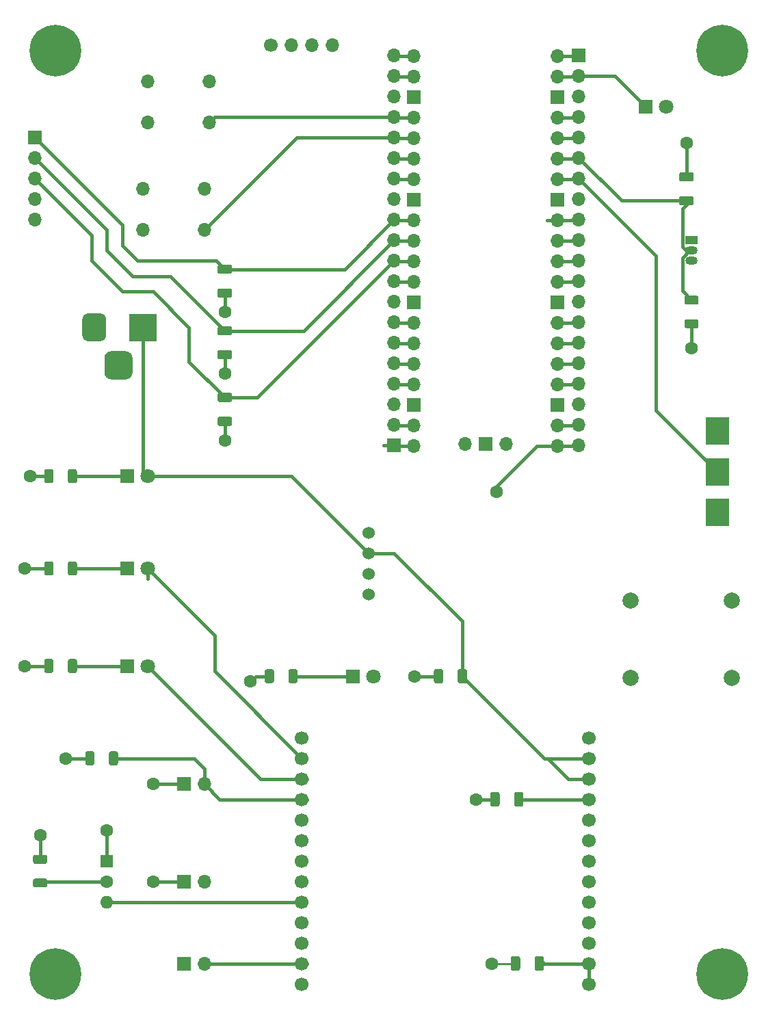
<source format=gbr>
%TF.GenerationSoftware,KiCad,Pcbnew,(5.1.10)-1*%
%TF.CreationDate,2021-10-29T11:14:32-04:00*%
%TF.ProjectId,A7585-test-board,41373538-352d-4746-9573-742d626f6172,rev?*%
%TF.SameCoordinates,Original*%
%TF.FileFunction,Copper,L1,Top*%
%TF.FilePolarity,Positive*%
%FSLAX46Y46*%
G04 Gerber Fmt 4.6, Leading zero omitted, Abs format (unit mm)*
G04 Created by KiCad (PCBNEW (5.1.10)-1) date 2021-10-29 11:14:32*
%MOMM*%
%LPD*%
G01*
G04 APERTURE LIST*
%TA.AperFunction,ComponentPad*%
%ADD10O,1.700000X1.700000*%
%TD*%
%TA.AperFunction,ComponentPad*%
%ADD11R,1.700000X1.700000*%
%TD*%
%TA.AperFunction,ComponentPad*%
%ADD12C,1.700000*%
%TD*%
%TA.AperFunction,ComponentPad*%
%ADD13C,1.524000*%
%TD*%
%TA.AperFunction,ComponentPad*%
%ADD14R,1.600000X1.600000*%
%TD*%
%TA.AperFunction,ComponentPad*%
%ADD15O,1.600000X1.600000*%
%TD*%
%TA.AperFunction,ComponentPad*%
%ADD16C,1.600000*%
%TD*%
%TA.AperFunction,ComponentPad*%
%ADD17R,3.000000X3.500000*%
%TD*%
%TA.AperFunction,ComponentPad*%
%ADD18C,2.000000*%
%TD*%
%TA.AperFunction,ComponentPad*%
%ADD19R,1.500000X1.050000*%
%TD*%
%TA.AperFunction,ComponentPad*%
%ADD20O,1.500000X1.050000*%
%TD*%
%TA.AperFunction,ComponentPad*%
%ADD21C,6.400000*%
%TD*%
%TA.AperFunction,ComponentPad*%
%ADD22C,1.800000*%
%TD*%
%TA.AperFunction,ComponentPad*%
%ADD23R,1.800000X1.800000*%
%TD*%
%TA.AperFunction,ComponentPad*%
%ADD24R,3.500000X3.500000*%
%TD*%
%TA.AperFunction,ViaPad*%
%ADD25C,1.600000*%
%TD*%
%TA.AperFunction,Conductor*%
%ADD26C,0.400000*%
%TD*%
%TA.AperFunction,Conductor*%
%ADD27C,0.250000*%
%TD*%
G04 APERTURE END LIST*
%TO.P,C313,2*%
%TO.N,GND*%
%TA.AperFunction,SMDPad,CuDef*%
G36*
G01*
X86979999Y-86625000D02*
X88280001Y-86625000D01*
G75*
G02*
X88530000Y-86874999I0J-249999D01*
G01*
X88530000Y-87525001D01*
G75*
G02*
X88280001Y-87775000I-249999J0D01*
G01*
X86979999Y-87775000D01*
G75*
G02*
X86730000Y-87525001I0J249999D01*
G01*
X86730000Y-86874999D01*
G75*
G02*
X86979999Y-86625000I249999J0D01*
G01*
G37*
%TD.AperFunction*%
%TO.P,C313,1*%
%TO.N,Net-(C313-Pad1)*%
%TA.AperFunction,SMDPad,CuDef*%
G36*
G01*
X86979999Y-83675000D02*
X88280001Y-83675000D01*
G75*
G02*
X88530000Y-83924999I0J-249999D01*
G01*
X88530000Y-84575001D01*
G75*
G02*
X88280001Y-84825000I-249999J0D01*
G01*
X86979999Y-84825000D01*
G75*
G02*
X86730000Y-84575001I0J249999D01*
G01*
X86730000Y-83924999D01*
G75*
G02*
X86979999Y-83675000I249999J0D01*
G01*
G37*
%TD.AperFunction*%
%TD*%
%TO.P,C311,2*%
%TO.N,GND*%
%TA.AperFunction,SMDPad,CuDef*%
G36*
G01*
X86979999Y-70750000D02*
X88280001Y-70750000D01*
G75*
G02*
X88530000Y-70999999I0J-249999D01*
G01*
X88530000Y-71650001D01*
G75*
G02*
X88280001Y-71900000I-249999J0D01*
G01*
X86979999Y-71900000D01*
G75*
G02*
X86730000Y-71650001I0J249999D01*
G01*
X86730000Y-70999999D01*
G75*
G02*
X86979999Y-70750000I249999J0D01*
G01*
G37*
%TD.AperFunction*%
%TO.P,C311,1*%
%TO.N,Net-(C311-Pad1)*%
%TA.AperFunction,SMDPad,CuDef*%
G36*
G01*
X86979999Y-67800000D02*
X88280001Y-67800000D01*
G75*
G02*
X88530000Y-68049999I0J-249999D01*
G01*
X88530000Y-68700001D01*
G75*
G02*
X88280001Y-68950000I-249999J0D01*
G01*
X86979999Y-68950000D01*
G75*
G02*
X86730000Y-68700001I0J249999D01*
G01*
X86730000Y-68049999D01*
G75*
G02*
X86979999Y-67800000I249999J0D01*
G01*
G37*
%TD.AperFunction*%
%TD*%
%TO.P,C112,2*%
%TO.N,GND*%
%TA.AperFunction,SMDPad,CuDef*%
G36*
G01*
X86979999Y-78370000D02*
X88280001Y-78370000D01*
G75*
G02*
X88530000Y-78619999I0J-249999D01*
G01*
X88530000Y-79270001D01*
G75*
G02*
X88280001Y-79520000I-249999J0D01*
G01*
X86979999Y-79520000D01*
G75*
G02*
X86730000Y-79270001I0J249999D01*
G01*
X86730000Y-78619999D01*
G75*
G02*
X86979999Y-78370000I249999J0D01*
G01*
G37*
%TD.AperFunction*%
%TO.P,C112,1*%
%TO.N,Net-(C112-Pad1)*%
%TA.AperFunction,SMDPad,CuDef*%
G36*
G01*
X86979999Y-75420000D02*
X88280001Y-75420000D01*
G75*
G02*
X88530000Y-75669999I0J-249999D01*
G01*
X88530000Y-76320001D01*
G75*
G02*
X88280001Y-76570000I-249999J0D01*
G01*
X86979999Y-76570000D01*
G75*
G02*
X86730000Y-76320001I0J249999D01*
G01*
X86730000Y-75669999D01*
G75*
G02*
X86979999Y-75420000I249999J0D01*
G01*
G37*
%TD.AperFunction*%
%TD*%
D10*
%TO.P,SW301,1*%
%TO.N,GND*%
X64135000Y-62230000D03*
%TO.P,SW301,2*%
%TO.N,VCC*%
X64135000Y-59690000D03*
%TO.P,SW301,3*%
%TO.N,Net-(C313-Pad1)*%
X64135000Y-57150000D03*
%TO.P,SW301,4*%
%TO.N,Net-(C112-Pad1)*%
X64135000Y-54610000D03*
D11*
%TO.P,SW301,5*%
%TO.N,Net-(C311-Pad1)*%
X64135000Y-52070000D03*
%TD*%
D10*
%TO.P,SW303,1*%
%TO.N,GND*%
X77470000Y-63500000D03*
%TO.P,SW303,4*%
%TO.N,N/C*%
X77470000Y-58420000D03*
%TO.P,SW303,3*%
%TO.N,VCC*%
X85090000Y-58420000D03*
%TO.P,SW303,2*%
%TO.N,Net-(J2-Pad16)*%
X85090000Y-63500000D03*
%TD*%
%TO.P,U300,43*%
%TO.N,Net-(U300-Pad43)*%
X122450000Y-90025000D03*
D11*
%TO.P,U300,42*%
%TO.N,Net-(U300-Pad42)*%
X119910000Y-90025000D03*
D10*
%TO.P,U300,41*%
%TO.N,Net-(U300-Pad41)*%
X117370000Y-90025000D03*
%TO.P,U300,40*%
%TO.N,Net-(J3-Pad1)*%
X128800000Y-41995000D03*
%TO.P,U300,39*%
%TO.N,Net-(D300-Pad1)*%
X128800000Y-44535000D03*
D11*
%TO.P,U300,38*%
%TO.N,GND*%
X128800000Y-47075000D03*
D10*
%TO.P,U300,37*%
%TO.N,Net-(J3-Pad4)*%
X128800000Y-49615000D03*
%TO.P,U300,36*%
%TO.N,Net-(J3-Pad5)*%
X128800000Y-52155000D03*
%TO.P,U300,35*%
%TO.N,Net-(C302-Pad1)*%
X128800000Y-54695000D03*
%TO.P,U300,34*%
%TO.N,Net-(J3-Pad7)*%
X128800000Y-57235000D03*
D11*
%TO.P,U300,33*%
%TO.N,GND*%
X128800000Y-59775000D03*
D10*
%TO.P,U300,32*%
%TO.N,Net-(J3-Pad9)*%
X128800000Y-62315000D03*
%TO.P,U300,31*%
%TO.N,Net-(J3-Pad10)*%
X128800000Y-64855000D03*
%TO.P,U300,30*%
%TO.N,Net-(J3-Pad11)*%
X128800000Y-67395000D03*
%TO.P,U300,29*%
%TO.N,Net-(J3-Pad12)*%
X128800000Y-69935000D03*
D11*
%TO.P,U300,28*%
%TO.N,GND*%
X128800000Y-72475000D03*
D10*
%TO.P,U300,27*%
%TO.N,Net-(J3-Pad14)*%
X128800000Y-75015000D03*
%TO.P,U300,26*%
%TO.N,Net-(J3-Pad15)*%
X128800000Y-77555000D03*
%TO.P,U300,25*%
%TO.N,Net-(J3-Pad16)*%
X128800000Y-80095000D03*
%TO.P,U300,24*%
%TO.N,Net-(J3-Pad17)*%
X128800000Y-82635000D03*
D11*
%TO.P,U300,23*%
%TO.N,GND*%
X128800000Y-85175000D03*
D10*
%TO.P,U300,22*%
%TO.N,Net-(J3-Pad19)*%
X128800000Y-87715000D03*
%TO.P,U300,21*%
%TO.N,Net-(D301-Pad2)*%
X128800000Y-90255000D03*
%TO.P,U300,20*%
%TO.N,Net-(J1-Pad3)*%
X111020000Y-90255000D03*
%TO.P,U300,19*%
%TO.N,Net-(J1-Pad4)*%
X111020000Y-87715000D03*
D11*
%TO.P,U300,18*%
%TO.N,GND*%
X111020000Y-85175000D03*
D10*
%TO.P,U300,17*%
%TO.N,Net-(J2-Pad4)*%
X111020000Y-82635000D03*
%TO.P,U300,16*%
%TO.N,Net-(J2-Pad5)*%
X111020000Y-80095000D03*
%TO.P,U300,15*%
%TO.N,Net-(J2-Pad6)*%
X111020000Y-77555000D03*
%TO.P,U300,14*%
%TO.N,Net-(J2-Pad7)*%
X111020000Y-75015000D03*
D11*
%TO.P,U300,13*%
%TO.N,GND*%
X111020000Y-72475000D03*
D10*
%TO.P,U300,12*%
%TO.N,Net-(J2-Pad9)*%
X111020000Y-69935000D03*
%TO.P,U300,11*%
%TO.N,Net-(C313-Pad1)*%
X111020000Y-67395000D03*
%TO.P,U300,10*%
%TO.N,Net-(C112-Pad1)*%
X111020000Y-64855000D03*
%TO.P,U300,9*%
%TO.N,Net-(C311-Pad1)*%
X111020000Y-62315000D03*
D11*
%TO.P,U300,8*%
%TO.N,GND*%
X111020000Y-59775000D03*
D10*
%TO.P,U300,7*%
%TO.N,Net-(J2-Pad14)*%
X111020000Y-57235000D03*
%TO.P,U300,6*%
%TO.N,Net-(J2-Pad15)*%
X111020000Y-54695000D03*
%TO.P,U300,5*%
%TO.N,Net-(J2-Pad16)*%
X111020000Y-52155000D03*
%TO.P,U300,4*%
%TO.N,Net-(J2-Pad17)*%
X111020000Y-49615000D03*
D11*
%TO.P,U300,3*%
%TO.N,GND*%
X111020000Y-47075000D03*
D10*
%TO.P,U300,2*%
%TO.N,Net-(J2-Pad19)*%
X111020000Y-44535000D03*
%TO.P,U300,1*%
%TO.N,Net-(J2-Pad20)*%
X111020000Y-41995000D03*
%TD*%
D12*
%TO.P,U200,1*%
%TO.N,GND*%
X97155000Y-126365000D03*
%TO.P,U200,2*%
%TO.N,Net-(D201-Pad2)*%
X97155000Y-128905000D03*
%TO.P,U200,3*%
%TO.N,Net-(D202-Pad2)*%
X97155000Y-131445000D03*
%TO.P,U200,4*%
%TO.N,Net-(JP3-Pad2)*%
X97155000Y-133985000D03*
%TO.P,U200,5*%
%TO.N,Net-(U200-Pad5)*%
X97155000Y-136525000D03*
%TO.P,U200,6*%
%TO.N,Net-(U200-Pad6)*%
X97155000Y-139065000D03*
%TO.P,U200,7*%
%TO.N,Net-(U200-Pad7)*%
X97155000Y-141605000D03*
%TO.P,U200,8*%
%TO.N,GND*%
X97155000Y-144145000D03*
%TO.P,U200,9*%
%TO.N,Net-(SW201-Pad2)*%
X97155000Y-146685000D03*
%TO.P,U200,10*%
%TO.N,Net-(U200-Pad10)*%
X97155000Y-149225000D03*
%TO.P,U200,11*%
%TO.N,Net-(JP201-Pad2)*%
X97155000Y-151765000D03*
%TO.P,U200,12*%
%TO.N,Net-(JP202-Pad2)*%
X97155000Y-154305000D03*
%TO.P,U200,13*%
%TO.N,Net-(U200-Pad13)*%
X97155000Y-156845000D03*
%TO.P,U200,14*%
%TO.N,Net-(C205-Pad1)*%
X132715000Y-156845000D03*
%TO.P,U200,15*%
X132715000Y-154305000D03*
%TO.P,U200,16*%
%TO.N,GND*%
X132715000Y-151765000D03*
%TO.P,U200,17*%
%TO.N,Net-(J3-Pad9)*%
X132715000Y-149225000D03*
%TO.P,U200,18*%
%TO.N,Net-(J3-Pad10)*%
X132715000Y-146685000D03*
%TO.P,U200,19*%
%TO.N,Net-(U200-Pad19)*%
X132715000Y-144145000D03*
%TO.P,U200,20*%
%TO.N,Net-(U200-Pad20)*%
X132715000Y-141605000D03*
%TO.P,U200,21*%
%TO.N,Net-(J3-Pad14)*%
X132715000Y-139065000D03*
%TO.P,U200,22*%
%TO.N,Net-(J3-Pad15)*%
X132715000Y-136525000D03*
%TO.P,U200,23*%
%TO.N,VCC*%
X132715000Y-133985000D03*
%TO.P,U200,24*%
%TO.N,VSS*%
X132715000Y-131445000D03*
%TO.P,U200,25*%
X132715000Y-128905000D03*
%TO.P,U200,26*%
%TO.N,GND*%
X132715000Y-126365000D03*
%TD*%
D13*
%TO.P,U100,4*%
%TO.N,GND*%
X105410000Y-108585000D03*
%TO.P,U100,3*%
%TO.N,VCC*%
X105410000Y-106045000D03*
%TO.P,U100,2*%
%TO.N,VSS*%
X105410000Y-103505000D03*
%TO.P,U100,1*%
%TO.N,Net-(U100-Pad1)*%
X105410000Y-100965000D03*
%TD*%
D10*
%TO.P,SW302,1*%
%TO.N,GND*%
X78105000Y-50165000D03*
%TO.P,SW302,4*%
%TO.N,N/C*%
X78105000Y-45085000D03*
%TO.P,SW302,3*%
%TO.N,VCC*%
X85725000Y-45085000D03*
%TO.P,SW302,2*%
%TO.N,Net-(J2-Pad17)*%
X85725000Y-50165000D03*
%TD*%
D14*
%TO.P,SW201,1*%
%TO.N,GND*%
X73025000Y-141605000D03*
D15*
%TO.P,SW201,2*%
%TO.N,Net-(SW201-Pad2)*%
X73025000Y-146685000D03*
D16*
%TO.P,SW201,3*%
%TO.N,Net-(R203-Pad2)*%
X73025000Y-144145000D03*
%TD*%
D17*
%TO.P,RV301,3*%
%TO.N,GND*%
X148590000Y-88425000D03*
%TO.P,RV301,2*%
%TO.N,Net-(J3-Pad7)*%
X148590000Y-93425000D03*
%TO.P,RV301,1*%
%TO.N,VCC*%
X148590000Y-98425000D03*
%TD*%
D18*
%TO.P,J201,1*%
%TO.N,GND*%
X137858500Y-109410500D03*
%TO.P,J201,2*%
%TO.N,N/C*%
X150431500Y-109410500D03*
%TD*%
%TO.P,J200,1*%
%TO.N,Net-(C205-Pad1)*%
X137858500Y-118935500D03*
%TO.P,J200,2*%
%TO.N,N/C*%
X150431500Y-118935500D03*
%TD*%
D12*
%TO.P,J1,1*%
%TO.N,GND*%
X93345000Y-40640000D03*
D10*
%TO.P,J1,2*%
%TO.N,VCC*%
X95885000Y-40640000D03*
%TO.P,J1,3*%
%TO.N,Net-(J1-Pad3)*%
X98425000Y-40640000D03*
%TO.P,J1,4*%
%TO.N,Net-(J1-Pad4)*%
X100965000Y-40640000D03*
%TD*%
D19*
%TO.P,U301,1*%
%TO.N,N/C*%
X145415000Y-64770000D03*
D20*
%TO.P,U301,3*%
%TO.N,GND*%
X145415000Y-67310000D03*
%TO.P,U301,2*%
%TO.N,Net-(C302-Pad1)*%
X145415000Y-66040000D03*
%TD*%
%TO.P,R302,2*%
%TO.N,Net-(C302-Pad1)*%
%TA.AperFunction,SMDPad,CuDef*%
G36*
G01*
X146040001Y-72760000D02*
X144789999Y-72760000D01*
G75*
G02*
X144540000Y-72510001I0J249999D01*
G01*
X144540000Y-71884999D01*
G75*
G02*
X144789999Y-71635000I249999J0D01*
G01*
X146040001Y-71635000D01*
G75*
G02*
X146290000Y-71884999I0J-249999D01*
G01*
X146290000Y-72510001D01*
G75*
G02*
X146040001Y-72760000I-249999J0D01*
G01*
G37*
%TD.AperFunction*%
%TO.P,R302,1*%
%TO.N,VCC*%
%TA.AperFunction,SMDPad,CuDef*%
G36*
G01*
X146040001Y-75685000D02*
X144789999Y-75685000D01*
G75*
G02*
X144540000Y-75435001I0J249999D01*
G01*
X144540000Y-74809999D01*
G75*
G02*
X144789999Y-74560000I249999J0D01*
G01*
X146040001Y-74560000D01*
G75*
G02*
X146290000Y-74809999I0J-249999D01*
G01*
X146290000Y-75435001D01*
G75*
G02*
X146040001Y-75685000I-249999J0D01*
G01*
G37*
%TD.AperFunction*%
%TD*%
%TO.P,C302,2*%
%TO.N,GND*%
%TA.AperFunction,SMDPad,CuDef*%
G36*
G01*
X145430001Y-57520000D02*
X144129999Y-57520000D01*
G75*
G02*
X143880000Y-57270001I0J249999D01*
G01*
X143880000Y-56619999D01*
G75*
G02*
X144129999Y-56370000I249999J0D01*
G01*
X145430001Y-56370000D01*
G75*
G02*
X145680000Y-56619999I0J-249999D01*
G01*
X145680000Y-57270001D01*
G75*
G02*
X145430001Y-57520000I-249999J0D01*
G01*
G37*
%TD.AperFunction*%
%TO.P,C302,1*%
%TO.N,Net-(C302-Pad1)*%
%TA.AperFunction,SMDPad,CuDef*%
G36*
G01*
X145430001Y-60470000D02*
X144129999Y-60470000D01*
G75*
G02*
X143880000Y-60220001I0J249999D01*
G01*
X143880000Y-59569999D01*
G75*
G02*
X144129999Y-59320000I249999J0D01*
G01*
X145430001Y-59320000D01*
G75*
G02*
X145680000Y-59569999I0J-249999D01*
G01*
X145680000Y-60220001D01*
G75*
G02*
X145430001Y-60470000I-249999J0D01*
G01*
G37*
%TD.AperFunction*%
%TD*%
%TO.P,C205,2*%
%TO.N,GND*%
%TA.AperFunction,SMDPad,CuDef*%
G36*
G01*
X124195000Y-153654999D02*
X124195000Y-154955001D01*
G75*
G02*
X123945001Y-155205000I-249999J0D01*
G01*
X123294999Y-155205000D01*
G75*
G02*
X123045000Y-154955001I0J249999D01*
G01*
X123045000Y-153654999D01*
G75*
G02*
X123294999Y-153405000I249999J0D01*
G01*
X123945001Y-153405000D01*
G75*
G02*
X124195000Y-153654999I0J-249999D01*
G01*
G37*
%TD.AperFunction*%
%TO.P,C205,1*%
%TO.N,Net-(C205-Pad1)*%
%TA.AperFunction,SMDPad,CuDef*%
G36*
G01*
X127145000Y-153654999D02*
X127145000Y-154955001D01*
G75*
G02*
X126895001Y-155205000I-249999J0D01*
G01*
X126244999Y-155205000D01*
G75*
G02*
X125995000Y-154955001I0J249999D01*
G01*
X125995000Y-153654999D01*
G75*
G02*
X126244999Y-153405000I249999J0D01*
G01*
X126895001Y-153405000D01*
G75*
G02*
X127145000Y-153654999I0J-249999D01*
G01*
G37*
%TD.AperFunction*%
%TD*%
D21*
%TO.P,H4,1*%
%TO.N,GND*%
X66675000Y-155575000D03*
%TD*%
%TO.P,H3,1*%
%TO.N,GND*%
X149225000Y-41275000D03*
%TD*%
%TO.P,H2,1*%
%TO.N,GND*%
X149225000Y-155575000D03*
%TD*%
%TO.P,H1,1*%
%TO.N,GND*%
X66675000Y-41275000D03*
%TD*%
D22*
%TO.P,D301,2*%
%TO.N,Net-(D301-Pad2)*%
X106045000Y-118745000D03*
D23*
%TO.P,D301,1*%
%TO.N,Net-(D301-Pad1)*%
X103505000Y-118745000D03*
%TD*%
D22*
%TO.P,D300,2*%
%TO.N,VCC*%
X142240000Y-48260000D03*
D23*
%TO.P,D300,1*%
%TO.N,Net-(D300-Pad1)*%
X139700000Y-48260000D03*
%TD*%
D22*
%TO.P,D202,2*%
%TO.N,Net-(D202-Pad2)*%
X78105000Y-117475000D03*
D23*
%TO.P,D202,1*%
%TO.N,Net-(D202-Pad1)*%
X75565000Y-117475000D03*
%TD*%
D22*
%TO.P,D201,2*%
%TO.N,Net-(D201-Pad2)*%
X78105000Y-105410000D03*
D23*
%TO.P,D201,1*%
%TO.N,Net-(D201-Pad1)*%
X75565000Y-105410000D03*
%TD*%
D22*
%TO.P,D101,2*%
%TO.N,VSS*%
X78105000Y-93980000D03*
D23*
%TO.P,D101,1*%
%TO.N,Net-(D101-Pad1)*%
X75565000Y-93980000D03*
%TD*%
D10*
%TO.P,J3,20*%
%TO.N,Net-(D301-Pad2)*%
X131445000Y-90170000D03*
%TO.P,J3,19*%
%TO.N,Net-(J3-Pad19)*%
X131445000Y-87630000D03*
%TO.P,J3,18*%
%TO.N,GND*%
X131445000Y-85090000D03*
%TO.P,J3,17*%
%TO.N,Net-(J3-Pad17)*%
X131445000Y-82550000D03*
%TO.P,J3,16*%
%TO.N,Net-(J3-Pad16)*%
X131445000Y-80010000D03*
%TO.P,J3,15*%
%TO.N,Net-(J3-Pad15)*%
X131445000Y-77470000D03*
%TO.P,J3,14*%
%TO.N,Net-(J3-Pad14)*%
X131445000Y-74930000D03*
%TO.P,J3,13*%
%TO.N,GND*%
X131445000Y-72390000D03*
%TO.P,J3,12*%
%TO.N,Net-(J3-Pad12)*%
X131445000Y-69850000D03*
%TO.P,J3,11*%
%TO.N,Net-(J3-Pad11)*%
X131445000Y-67310000D03*
%TO.P,J3,10*%
%TO.N,Net-(J3-Pad10)*%
X131445000Y-64770000D03*
%TO.P,J3,9*%
%TO.N,Net-(J3-Pad9)*%
X131445000Y-62230000D03*
%TO.P,J3,8*%
%TO.N,GND*%
X131445000Y-59690000D03*
%TO.P,J3,7*%
%TO.N,Net-(J3-Pad7)*%
X131445000Y-57150000D03*
%TO.P,J3,6*%
%TO.N,Net-(C302-Pad1)*%
X131445000Y-54610000D03*
%TO.P,J3,5*%
%TO.N,Net-(J3-Pad5)*%
X131445000Y-52070000D03*
%TO.P,J3,4*%
%TO.N,Net-(J3-Pad4)*%
X131445000Y-49530000D03*
%TO.P,J3,3*%
%TO.N,GND*%
X131445000Y-46990000D03*
%TO.P,J3,2*%
%TO.N,Net-(D300-Pad1)*%
X131445000Y-44450000D03*
D11*
%TO.P,J3,1*%
%TO.N,Net-(J3-Pad1)*%
X131445000Y-41910000D03*
%TD*%
D10*
%TO.P,J2,20*%
%TO.N,Net-(J2-Pad20)*%
X108585000Y-41910000D03*
%TO.P,J2,19*%
%TO.N,Net-(J2-Pad19)*%
X108585000Y-44450000D03*
%TO.P,J2,18*%
%TO.N,GND*%
X108585000Y-46990000D03*
%TO.P,J2,17*%
%TO.N,Net-(J2-Pad17)*%
X108585000Y-49530000D03*
%TO.P,J2,16*%
%TO.N,Net-(J2-Pad16)*%
X108585000Y-52070000D03*
%TO.P,J2,15*%
%TO.N,Net-(J2-Pad15)*%
X108585000Y-54610000D03*
%TO.P,J2,14*%
%TO.N,Net-(J2-Pad14)*%
X108585000Y-57150000D03*
%TO.P,J2,13*%
%TO.N,GND*%
X108585000Y-59690000D03*
%TO.P,J2,12*%
%TO.N,Net-(C311-Pad1)*%
X108585000Y-62230000D03*
%TO.P,J2,11*%
%TO.N,Net-(C112-Pad1)*%
X108585000Y-64770000D03*
%TO.P,J2,10*%
%TO.N,Net-(C313-Pad1)*%
X108585000Y-67310000D03*
%TO.P,J2,9*%
%TO.N,Net-(J2-Pad9)*%
X108585000Y-69850000D03*
%TO.P,J2,8*%
%TO.N,GND*%
X108585000Y-72390000D03*
%TO.P,J2,7*%
%TO.N,Net-(J2-Pad7)*%
X108585000Y-74930000D03*
%TO.P,J2,6*%
%TO.N,Net-(J2-Pad6)*%
X108585000Y-77470000D03*
%TO.P,J2,5*%
%TO.N,Net-(J2-Pad5)*%
X108585000Y-80010000D03*
%TO.P,J2,4*%
%TO.N,Net-(J2-Pad4)*%
X108585000Y-82550000D03*
%TO.P,J2,3*%
%TO.N,GND*%
X108585000Y-85090000D03*
%TO.P,J2,2*%
%TO.N,Net-(J1-Pad4)*%
X108585000Y-87630000D03*
D11*
%TO.P,J2,1*%
%TO.N,Net-(J1-Pad3)*%
X108585000Y-90170000D03*
%TD*%
%TO.P,R301,2*%
%TO.N,GND*%
%TA.AperFunction,SMDPad,CuDef*%
G36*
G01*
X93715000Y-118119999D02*
X93715000Y-119370001D01*
G75*
G02*
X93465001Y-119620000I-249999J0D01*
G01*
X92839999Y-119620000D01*
G75*
G02*
X92590000Y-119370001I0J249999D01*
G01*
X92590000Y-118119999D01*
G75*
G02*
X92839999Y-117870000I249999J0D01*
G01*
X93465001Y-117870000D01*
G75*
G02*
X93715000Y-118119999I0J-249999D01*
G01*
G37*
%TD.AperFunction*%
%TO.P,R301,1*%
%TO.N,Net-(D301-Pad1)*%
%TA.AperFunction,SMDPad,CuDef*%
G36*
G01*
X96640000Y-118119999D02*
X96640000Y-119370001D01*
G75*
G02*
X96390001Y-119620000I-249999J0D01*
G01*
X95764999Y-119620000D01*
G75*
G02*
X95515000Y-119370001I0J249999D01*
G01*
X95515000Y-118119999D01*
G75*
G02*
X95764999Y-117870000I249999J0D01*
G01*
X96390001Y-117870000D01*
G75*
G02*
X96640000Y-118119999I0J-249999D01*
G01*
G37*
%TD.AperFunction*%
%TD*%
%TO.P,R204,2*%
%TO.N,Net-(JP3-Pad2)*%
%TA.AperFunction,SMDPad,CuDef*%
G36*
G01*
X73290000Y-129530001D02*
X73290000Y-128279999D01*
G75*
G02*
X73539999Y-128030000I249999J0D01*
G01*
X74165001Y-128030000D01*
G75*
G02*
X74415000Y-128279999I0J-249999D01*
G01*
X74415000Y-129530001D01*
G75*
G02*
X74165001Y-129780000I-249999J0D01*
G01*
X73539999Y-129780000D01*
G75*
G02*
X73290000Y-129530001I0J249999D01*
G01*
G37*
%TD.AperFunction*%
%TO.P,R204,1*%
%TO.N,VCC*%
%TA.AperFunction,SMDPad,CuDef*%
G36*
G01*
X70365000Y-129530001D02*
X70365000Y-128279999D01*
G75*
G02*
X70614999Y-128030000I249999J0D01*
G01*
X71240001Y-128030000D01*
G75*
G02*
X71490000Y-128279999I0J-249999D01*
G01*
X71490000Y-129530001D01*
G75*
G02*
X71240001Y-129780000I-249999J0D01*
G01*
X70614999Y-129780000D01*
G75*
G02*
X70365000Y-129530001I0J249999D01*
G01*
G37*
%TD.AperFunction*%
%TD*%
%TO.P,R203,2*%
%TO.N,Net-(R203-Pad2)*%
%TA.AperFunction,SMDPad,CuDef*%
G36*
G01*
X64144999Y-143775000D02*
X65395001Y-143775000D01*
G75*
G02*
X65645000Y-144024999I0J-249999D01*
G01*
X65645000Y-144650001D01*
G75*
G02*
X65395001Y-144900000I-249999J0D01*
G01*
X64144999Y-144900000D01*
G75*
G02*
X63895000Y-144650001I0J249999D01*
G01*
X63895000Y-144024999D01*
G75*
G02*
X64144999Y-143775000I249999J0D01*
G01*
G37*
%TD.AperFunction*%
%TO.P,R203,1*%
%TO.N,VCC*%
%TA.AperFunction,SMDPad,CuDef*%
G36*
G01*
X64144999Y-140850000D02*
X65395001Y-140850000D01*
G75*
G02*
X65645000Y-141099999I0J-249999D01*
G01*
X65645000Y-141725001D01*
G75*
G02*
X65395001Y-141975000I-249999J0D01*
G01*
X64144999Y-141975000D01*
G75*
G02*
X63895000Y-141725001I0J249999D01*
G01*
X63895000Y-141099999D01*
G75*
G02*
X64144999Y-140850000I249999J0D01*
G01*
G37*
%TD.AperFunction*%
%TD*%
%TO.P,R202,2*%
%TO.N,GND*%
%TA.AperFunction,SMDPad,CuDef*%
G36*
G01*
X66410000Y-116849999D02*
X66410000Y-118100001D01*
G75*
G02*
X66160001Y-118350000I-249999J0D01*
G01*
X65534999Y-118350000D01*
G75*
G02*
X65285000Y-118100001I0J249999D01*
G01*
X65285000Y-116849999D01*
G75*
G02*
X65534999Y-116600000I249999J0D01*
G01*
X66160001Y-116600000D01*
G75*
G02*
X66410000Y-116849999I0J-249999D01*
G01*
G37*
%TD.AperFunction*%
%TO.P,R202,1*%
%TO.N,Net-(D202-Pad1)*%
%TA.AperFunction,SMDPad,CuDef*%
G36*
G01*
X69335000Y-116849999D02*
X69335000Y-118100001D01*
G75*
G02*
X69085001Y-118350000I-249999J0D01*
G01*
X68459999Y-118350000D01*
G75*
G02*
X68210000Y-118100001I0J249999D01*
G01*
X68210000Y-116849999D01*
G75*
G02*
X68459999Y-116600000I249999J0D01*
G01*
X69085001Y-116600000D01*
G75*
G02*
X69335000Y-116849999I0J-249999D01*
G01*
G37*
%TD.AperFunction*%
%TD*%
%TO.P,R201,2*%
%TO.N,GND*%
%TA.AperFunction,SMDPad,CuDef*%
G36*
G01*
X66410000Y-104784999D02*
X66410000Y-106035001D01*
G75*
G02*
X66160001Y-106285000I-249999J0D01*
G01*
X65534999Y-106285000D01*
G75*
G02*
X65285000Y-106035001I0J249999D01*
G01*
X65285000Y-104784999D01*
G75*
G02*
X65534999Y-104535000I249999J0D01*
G01*
X66160001Y-104535000D01*
G75*
G02*
X66410000Y-104784999I0J-249999D01*
G01*
G37*
%TD.AperFunction*%
%TO.P,R201,1*%
%TO.N,Net-(D201-Pad1)*%
%TA.AperFunction,SMDPad,CuDef*%
G36*
G01*
X69335000Y-104784999D02*
X69335000Y-106035001D01*
G75*
G02*
X69085001Y-106285000I-249999J0D01*
G01*
X68459999Y-106285000D01*
G75*
G02*
X68210000Y-106035001I0J249999D01*
G01*
X68210000Y-104784999D01*
G75*
G02*
X68459999Y-104535000I249999J0D01*
G01*
X69085001Y-104535000D01*
G75*
G02*
X69335000Y-104784999I0J-249999D01*
G01*
G37*
%TD.AperFunction*%
%TD*%
%TO.P,R101,2*%
%TO.N,GND*%
%TA.AperFunction,SMDPad,CuDef*%
G36*
G01*
X66410000Y-93354999D02*
X66410000Y-94605001D01*
G75*
G02*
X66160001Y-94855000I-249999J0D01*
G01*
X65534999Y-94855000D01*
G75*
G02*
X65285000Y-94605001I0J249999D01*
G01*
X65285000Y-93354999D01*
G75*
G02*
X65534999Y-93105000I249999J0D01*
G01*
X66160001Y-93105000D01*
G75*
G02*
X66410000Y-93354999I0J-249999D01*
G01*
G37*
%TD.AperFunction*%
%TO.P,R101,1*%
%TO.N,Net-(D101-Pad1)*%
%TA.AperFunction,SMDPad,CuDef*%
G36*
G01*
X69335000Y-93354999D02*
X69335000Y-94605001D01*
G75*
G02*
X69085001Y-94855000I-249999J0D01*
G01*
X68459999Y-94855000D01*
G75*
G02*
X68210000Y-94605001I0J249999D01*
G01*
X68210000Y-93354999D01*
G75*
G02*
X68459999Y-93105000I249999J0D01*
G01*
X69085001Y-93105000D01*
G75*
G02*
X69335000Y-93354999I0J-249999D01*
G01*
G37*
%TD.AperFunction*%
%TD*%
D10*
%TO.P,JP202,2*%
%TO.N,Net-(JP202-Pad2)*%
X85090000Y-154305000D03*
D11*
%TO.P,JP202,1*%
%TO.N,GND*%
X82550000Y-154305000D03*
%TD*%
D10*
%TO.P,JP201,2*%
%TO.N,Net-(JP201-Pad2)*%
X85090000Y-144145000D03*
D11*
%TO.P,JP201,1*%
%TO.N,GND*%
X82550000Y-144145000D03*
%TD*%
D10*
%TO.P,JP3,2*%
%TO.N,Net-(JP3-Pad2)*%
X85090000Y-132080000D03*
D11*
%TO.P,JP3,1*%
%TO.N,GND*%
X82550000Y-132080000D03*
%TD*%
%TO.P,J100,3*%
%TO.N,N/C*%
%TA.AperFunction,ComponentPad*%
G36*
G01*
X72720000Y-81140000D02*
X72720000Y-79390000D01*
G75*
G02*
X73595000Y-78515000I875000J0D01*
G01*
X75345000Y-78515000D01*
G75*
G02*
X76220000Y-79390000I0J-875000D01*
G01*
X76220000Y-81140000D01*
G75*
G02*
X75345000Y-82015000I-875000J0D01*
G01*
X73595000Y-82015000D01*
G75*
G02*
X72720000Y-81140000I0J875000D01*
G01*
G37*
%TD.AperFunction*%
%TO.P,J100,2*%
%TO.N,GND*%
%TA.AperFunction,ComponentPad*%
G36*
G01*
X69970000Y-76565000D02*
X69970000Y-74565000D01*
G75*
G02*
X70720000Y-73815000I750000J0D01*
G01*
X72220000Y-73815000D01*
G75*
G02*
X72970000Y-74565000I0J-750000D01*
G01*
X72970000Y-76565000D01*
G75*
G02*
X72220000Y-77315000I-750000J0D01*
G01*
X70720000Y-77315000D01*
G75*
G02*
X69970000Y-76565000I0J750000D01*
G01*
G37*
%TD.AperFunction*%
D24*
%TO.P,J100,1*%
%TO.N,VSS*%
X77470000Y-75565000D03*
%TD*%
%TO.P,C204,2*%
%TO.N,GND*%
%TA.AperFunction,SMDPad,CuDef*%
G36*
G01*
X121655000Y-133334999D02*
X121655000Y-134635001D01*
G75*
G02*
X121405001Y-134885000I-249999J0D01*
G01*
X120754999Y-134885000D01*
G75*
G02*
X120505000Y-134635001I0J249999D01*
G01*
X120505000Y-133334999D01*
G75*
G02*
X120754999Y-133085000I249999J0D01*
G01*
X121405001Y-133085000D01*
G75*
G02*
X121655000Y-133334999I0J-249999D01*
G01*
G37*
%TD.AperFunction*%
%TO.P,C204,1*%
%TO.N,VCC*%
%TA.AperFunction,SMDPad,CuDef*%
G36*
G01*
X124605000Y-133334999D02*
X124605000Y-134635001D01*
G75*
G02*
X124355001Y-134885000I-249999J0D01*
G01*
X123704999Y-134885000D01*
G75*
G02*
X123455000Y-134635001I0J249999D01*
G01*
X123455000Y-133334999D01*
G75*
G02*
X123704999Y-133085000I249999J0D01*
G01*
X124355001Y-133085000D01*
G75*
G02*
X124605000Y-133334999I0J-249999D01*
G01*
G37*
%TD.AperFunction*%
%TD*%
%TO.P,C202,2*%
%TO.N,GND*%
%TA.AperFunction,SMDPad,CuDef*%
G36*
G01*
X114670000Y-118094999D02*
X114670000Y-119395001D01*
G75*
G02*
X114420001Y-119645000I-249999J0D01*
G01*
X113769999Y-119645000D01*
G75*
G02*
X113520000Y-119395001I0J249999D01*
G01*
X113520000Y-118094999D01*
G75*
G02*
X113769999Y-117845000I249999J0D01*
G01*
X114420001Y-117845000D01*
G75*
G02*
X114670000Y-118094999I0J-249999D01*
G01*
G37*
%TD.AperFunction*%
%TO.P,C202,1*%
%TO.N,VSS*%
%TA.AperFunction,SMDPad,CuDef*%
G36*
G01*
X117620000Y-118094999D02*
X117620000Y-119395001D01*
G75*
G02*
X117370001Y-119645000I-249999J0D01*
G01*
X116719999Y-119645000D01*
G75*
G02*
X116470000Y-119395001I0J249999D01*
G01*
X116470000Y-118094999D01*
G75*
G02*
X116719999Y-117845000I249999J0D01*
G01*
X117370001Y-117845000D01*
G75*
G02*
X117620000Y-118094999I0J-249999D01*
G01*
G37*
%TD.AperFunction*%
%TD*%
D25*
%TO.N,GND*%
X111125000Y-118745000D03*
X90805000Y-119380000D03*
X62865000Y-117475000D03*
X62865000Y-105410000D03*
X63500000Y-93980000D03*
X118745000Y-133985000D03*
X144780000Y-52705000D03*
X120650008Y-154305000D03*
X78740000Y-132080000D03*
X73025000Y-137795000D03*
X78740000Y-144145000D03*
X87630000Y-89535000D03*
X87630000Y-81280000D03*
X87630000Y-73660000D03*
%TO.N,VCC*%
X64770000Y-138430000D03*
X67945000Y-128905000D03*
X145415000Y-78105000D03*
%TO.N,Net-(D301-Pad2)*%
X121285000Y-95885000D03*
%TD*%
D26*
%TO.N,GND*%
X65847500Y-105410000D02*
X63500000Y-105410000D01*
X65847500Y-117475000D02*
X63500000Y-117475000D01*
X108670000Y-47075000D02*
X108585000Y-46990000D01*
X108670000Y-59775000D02*
X108585000Y-59690000D01*
X108670000Y-72475000D02*
X108585000Y-72390000D01*
X108670000Y-85175000D02*
X108585000Y-85090000D01*
X131360000Y-85175000D02*
X131445000Y-85090000D01*
X131360000Y-72475000D02*
X131445000Y-72390000D01*
X131360000Y-59775000D02*
X131445000Y-59690000D01*
X131360000Y-47075000D02*
X131445000Y-46990000D01*
X118745000Y-133985000D02*
X121080000Y-133985000D01*
X65847500Y-93980000D02*
X63500000Y-93980000D01*
D27*
X123620000Y-154305000D02*
X121285000Y-154305000D01*
X121285000Y-154305000D02*
X120650008Y-154305000D01*
D26*
X82550000Y-144145000D02*
X78740000Y-144145000D01*
X82550000Y-132080000D02*
X78740000Y-132080000D01*
X73025000Y-141605000D02*
X73025000Y-137795000D01*
X114095000Y-118745000D02*
X111125000Y-118745000D01*
X91440000Y-118745000D02*
X90805000Y-119380000D01*
X93152500Y-118745000D02*
X91440000Y-118745000D01*
X144780000Y-56945000D02*
X144780000Y-52705000D01*
X87630000Y-71325000D02*
X87630000Y-73660000D01*
X87630000Y-78945000D02*
X87630000Y-81280000D01*
X87630000Y-87200000D02*
X87630000Y-89535000D01*
%TO.N,VSS*%
X132715000Y-128905000D02*
X127635000Y-128905000D01*
X130175000Y-131445000D02*
X127635000Y-128905000D01*
X132715000Y-131445000D02*
X130175000Y-131445000D01*
X77470000Y-93345000D02*
X78105000Y-93980000D01*
X77470000Y-75565000D02*
X77470000Y-93345000D01*
X95885000Y-93980000D02*
X105410000Y-103505000D01*
X78105000Y-93980000D02*
X95885000Y-93980000D01*
X105410000Y-103505000D02*
X108585000Y-103505000D01*
X117045000Y-111965000D02*
X117045000Y-118745000D01*
X108585000Y-103505000D02*
X117045000Y-111965000D01*
X127205000Y-128905000D02*
X117045000Y-118745000D01*
X127635000Y-128905000D02*
X127205000Y-128905000D01*
%TO.N,VCC*%
X64770000Y-141412500D02*
X64770000Y-139065000D01*
X70292500Y-128905000D02*
X67945000Y-128905000D01*
X127635000Y-133985000D02*
X124030000Y-133985000D01*
X132715000Y-133985000D02*
X127635000Y-133985000D01*
X145415000Y-75122500D02*
X145415000Y-78105000D01*
%TO.N,Net-(D101-Pad1)*%
X75565000Y-93980000D02*
X71947500Y-93980000D01*
X75565000Y-93980000D02*
X68772500Y-93980000D01*
%TO.N,Net-(D201-Pad2)*%
X78105000Y-106680000D02*
X78105000Y-105410000D01*
X97155000Y-128905000D02*
X86360000Y-118110000D01*
X86360000Y-113665000D02*
X78105000Y-105410000D01*
X86360000Y-118110000D02*
X86360000Y-113665000D01*
%TO.N,Net-(D201-Pad1)*%
X75565000Y-105410000D02*
X71947500Y-105410000D01*
X75565000Y-105410000D02*
X68772500Y-105410000D01*
%TO.N,Net-(D202-Pad2)*%
X97790000Y-131445000D02*
X93980000Y-131445000D01*
X92075000Y-131445000D02*
X78105000Y-117475000D01*
X97155000Y-131445000D02*
X92075000Y-131445000D01*
%TO.N,Net-(D202-Pad1)*%
X75565000Y-117475000D02*
X71947500Y-117475000D01*
X75565000Y-117475000D02*
X68772500Y-117475000D01*
%TO.N,Net-(D300-Pad1)*%
X131360000Y-44535000D02*
X131445000Y-44450000D01*
X128800000Y-44535000D02*
X131360000Y-44535000D01*
X135890000Y-44450000D02*
X139700000Y-48260000D01*
X131445000Y-44450000D02*
X135890000Y-44450000D01*
%TO.N,Net-(D301-Pad2)*%
X131360000Y-90255000D02*
X131445000Y-90170000D01*
X128800000Y-90255000D02*
X131360000Y-90255000D01*
X128800000Y-90255000D02*
X126280000Y-90255000D01*
X126280000Y-90255000D02*
X121285000Y-95250000D01*
%TO.N,Net-(D301-Pad1)*%
X99695000Y-118745000D02*
X96077500Y-118745000D01*
X103505000Y-118745000D02*
X96077500Y-118745000D01*
%TO.N,Net-(J1-Pad4)*%
X108670000Y-87715000D02*
X108585000Y-87630000D01*
X111020000Y-87715000D02*
X108670000Y-87715000D01*
%TO.N,Net-(J1-Pad3)*%
X108670000Y-90255000D02*
X108585000Y-90170000D01*
X111020000Y-90255000D02*
X108670000Y-90255000D01*
X108585000Y-90170000D02*
X107315000Y-90170000D01*
%TO.N,Net-(JP3-Pad2)*%
X86995000Y-133985000D02*
X85090000Y-132080000D01*
X94615000Y-133985000D02*
X86995000Y-133985000D01*
X97790000Y-133985000D02*
X94615000Y-133985000D01*
X94615000Y-133985000D02*
X93980000Y-133985000D01*
X85090000Y-132080000D02*
X85090000Y-130175000D01*
X83820000Y-128905000D02*
X73852500Y-128905000D01*
X85090000Y-130175000D02*
X83820000Y-128905000D01*
%TO.N,Net-(JP202-Pad2)*%
X97790000Y-154305000D02*
X93980000Y-154305000D01*
X97155000Y-154305000D02*
X85090000Y-154305000D01*
%TO.N,Net-(R203-Pad2)*%
X64962500Y-144145000D02*
X64770000Y-144337500D01*
X73025000Y-144145000D02*
X64962500Y-144145000D01*
%TO.N,Net-(SW201-Pad2)*%
X97155000Y-146685000D02*
X73025000Y-146685000D01*
%TO.N,Net-(J2-Pad20)*%
X108670000Y-41995000D02*
X108585000Y-41910000D01*
X111020000Y-41995000D02*
X108670000Y-41995000D01*
%TO.N,Net-(J2-Pad19)*%
X108670000Y-44535000D02*
X108585000Y-44450000D01*
X111020000Y-44535000D02*
X108670000Y-44535000D01*
%TO.N,Net-(J2-Pad17)*%
X108670000Y-49615000D02*
X108585000Y-49530000D01*
X111020000Y-49615000D02*
X108670000Y-49615000D01*
X86360000Y-49530000D02*
X85725000Y-50165000D01*
X108585000Y-49530000D02*
X86360000Y-49530000D01*
%TO.N,Net-(J2-Pad16)*%
X108670000Y-52155000D02*
X108585000Y-52070000D01*
X111020000Y-52155000D02*
X108670000Y-52155000D01*
X96520000Y-52070000D02*
X85090000Y-63500000D01*
X108585000Y-52070000D02*
X96520000Y-52070000D01*
%TO.N,Net-(J2-Pad15)*%
X108670000Y-54695000D02*
X108585000Y-54610000D01*
X111020000Y-54695000D02*
X108670000Y-54695000D01*
%TO.N,Net-(J2-Pad14)*%
X108670000Y-57235000D02*
X108585000Y-57150000D01*
X111020000Y-57235000D02*
X108670000Y-57235000D01*
%TO.N,Net-(J2-Pad9)*%
X108670000Y-69935000D02*
X108585000Y-69850000D01*
X111020000Y-69935000D02*
X108670000Y-69935000D01*
%TO.N,Net-(J2-Pad7)*%
X108670000Y-75015000D02*
X108585000Y-74930000D01*
X111020000Y-75015000D02*
X108670000Y-75015000D01*
%TO.N,Net-(J2-Pad6)*%
X108670000Y-77555000D02*
X108585000Y-77470000D01*
X111020000Y-77555000D02*
X108670000Y-77555000D01*
%TO.N,Net-(J2-Pad5)*%
X108670000Y-80095000D02*
X108585000Y-80010000D01*
X111020000Y-80095000D02*
X108670000Y-80095000D01*
%TO.N,Net-(J2-Pad4)*%
X108670000Y-82635000D02*
X108585000Y-82550000D01*
X111020000Y-82635000D02*
X108670000Y-82635000D01*
%TO.N,Net-(J3-Pad19)*%
X131360000Y-87715000D02*
X131445000Y-87630000D01*
X128800000Y-87715000D02*
X131360000Y-87715000D01*
%TO.N,Net-(J3-Pad17)*%
X131360000Y-82635000D02*
X131445000Y-82550000D01*
X128800000Y-82635000D02*
X131360000Y-82635000D01*
%TO.N,Net-(J3-Pad16)*%
X131360000Y-80095000D02*
X131445000Y-80010000D01*
X128800000Y-80095000D02*
X131360000Y-80095000D01*
%TO.N,Net-(J3-Pad15)*%
X131360000Y-77555000D02*
X131445000Y-77470000D01*
X128800000Y-77555000D02*
X131360000Y-77555000D01*
%TO.N,Net-(J3-Pad14)*%
X131360000Y-75015000D02*
X131445000Y-74930000D01*
X128800000Y-75015000D02*
X131360000Y-75015000D01*
%TO.N,Net-(J3-Pad12)*%
X131360000Y-69935000D02*
X131445000Y-69850000D01*
X128800000Y-69935000D02*
X131360000Y-69935000D01*
%TO.N,Net-(J3-Pad11)*%
X131360000Y-67395000D02*
X131445000Y-67310000D01*
X128800000Y-67395000D02*
X131360000Y-67395000D01*
%TO.N,Net-(J3-Pad10)*%
X131360000Y-64855000D02*
X131445000Y-64770000D01*
X128800000Y-64855000D02*
X131360000Y-64855000D01*
X128800000Y-64855000D02*
X128800000Y-64875000D01*
%TO.N,Net-(J3-Pad9)*%
X131360000Y-62315000D02*
X131445000Y-62230000D01*
X128800000Y-62315000D02*
X131360000Y-62315000D01*
X128800000Y-62315000D02*
X127550000Y-62315000D01*
%TO.N,Net-(J3-Pad7)*%
X131360000Y-57235000D02*
X131445000Y-57150000D01*
X128800000Y-57235000D02*
X131360000Y-57235000D01*
X131525000Y-57230000D02*
X131445000Y-57150000D01*
X140970000Y-85805000D02*
X148590000Y-93425000D01*
X140970000Y-66675000D02*
X140970000Y-85805000D01*
X131445000Y-57150000D02*
X140970000Y-66675000D01*
%TO.N,Net-(J3-Pad5)*%
X131360000Y-52155000D02*
X131445000Y-52070000D01*
X128800000Y-52155000D02*
X131360000Y-52155000D01*
%TO.N,Net-(J3-Pad4)*%
X131360000Y-49615000D02*
X131445000Y-49530000D01*
X128800000Y-49615000D02*
X131360000Y-49615000D01*
%TO.N,Net-(J3-Pad1)*%
X131360000Y-41995000D02*
X131445000Y-41910000D01*
X128800000Y-41995000D02*
X131360000Y-41995000D01*
%TO.N,Net-(C205-Pad1)*%
X132715000Y-156845000D02*
X132715000Y-154305000D01*
X127205000Y-154305000D02*
X126570000Y-153670000D01*
X132715000Y-154305000D02*
X127205000Y-154305000D01*
%TO.N,Net-(C302-Pad1)*%
X131360000Y-54695000D02*
X131445000Y-54610000D01*
X128800000Y-54695000D02*
X131360000Y-54695000D01*
X136730000Y-59895000D02*
X131445000Y-54610000D01*
X144780000Y-59895000D02*
X136730000Y-59895000D01*
X145151839Y-66040000D02*
X145415000Y-66040000D01*
X144264990Y-66926849D02*
X145151839Y-66040000D01*
X144264990Y-71047490D02*
X144264990Y-66926849D01*
X145415000Y-72197500D02*
X144264990Y-71047490D01*
X144264999Y-65615001D02*
X144264999Y-60840001D01*
X144689998Y-66040000D02*
X144264999Y-65615001D01*
X145415000Y-66040000D02*
X144689998Y-66040000D01*
X144780000Y-60325000D02*
X144780000Y-59895000D01*
X144264999Y-60840001D02*
X144780000Y-60325000D01*
%TO.N,Net-(C112-Pad1)*%
X108670000Y-64855000D02*
X108585000Y-64770000D01*
X111020000Y-64855000D02*
X108670000Y-64855000D01*
X73025000Y-66040000D02*
X76200000Y-69215000D01*
X73025000Y-63500000D02*
X73025000Y-66040000D01*
X64135000Y-54610000D02*
X73025000Y-63500000D01*
X80850000Y-69215000D02*
X87630000Y-75995000D01*
X76200000Y-69215000D02*
X80850000Y-69215000D01*
X97360000Y-75995000D02*
X108585000Y-64770000D01*
X87630000Y-75995000D02*
X97360000Y-75995000D01*
%TO.N,Net-(C311-Pad1)*%
X108670000Y-62315000D02*
X108585000Y-62230000D01*
X111020000Y-62315000D02*
X108670000Y-62315000D01*
X64135000Y-52070000D02*
X74930000Y-62865000D01*
X74930000Y-62865000D02*
X74930000Y-65405000D01*
X74930000Y-65405000D02*
X76835000Y-67310000D01*
X86565000Y-67310000D02*
X87630000Y-68375000D01*
X76835000Y-67310000D02*
X86565000Y-67310000D01*
X102440000Y-68375000D02*
X108585000Y-62230000D01*
X87630000Y-68375000D02*
X102440000Y-68375000D01*
%TO.N,Net-(C313-Pad1)*%
X108670000Y-67395000D02*
X108585000Y-67310000D01*
X111020000Y-67395000D02*
X108670000Y-67395000D01*
X71120000Y-67310000D02*
X74930000Y-71120000D01*
X71120000Y-64135000D02*
X71120000Y-67310000D01*
X64135000Y-57150000D02*
X71120000Y-64135000D01*
X74930000Y-71120000D02*
X78740000Y-71120000D01*
X78740000Y-71120000D02*
X83185000Y-75565000D01*
X83185000Y-79805000D02*
X87630000Y-84250000D01*
X83185000Y-75565000D02*
X83185000Y-79805000D01*
X91645000Y-84250000D02*
X108585000Y-67310000D01*
X87630000Y-84250000D02*
X91645000Y-84250000D01*
%TD*%
M02*

</source>
